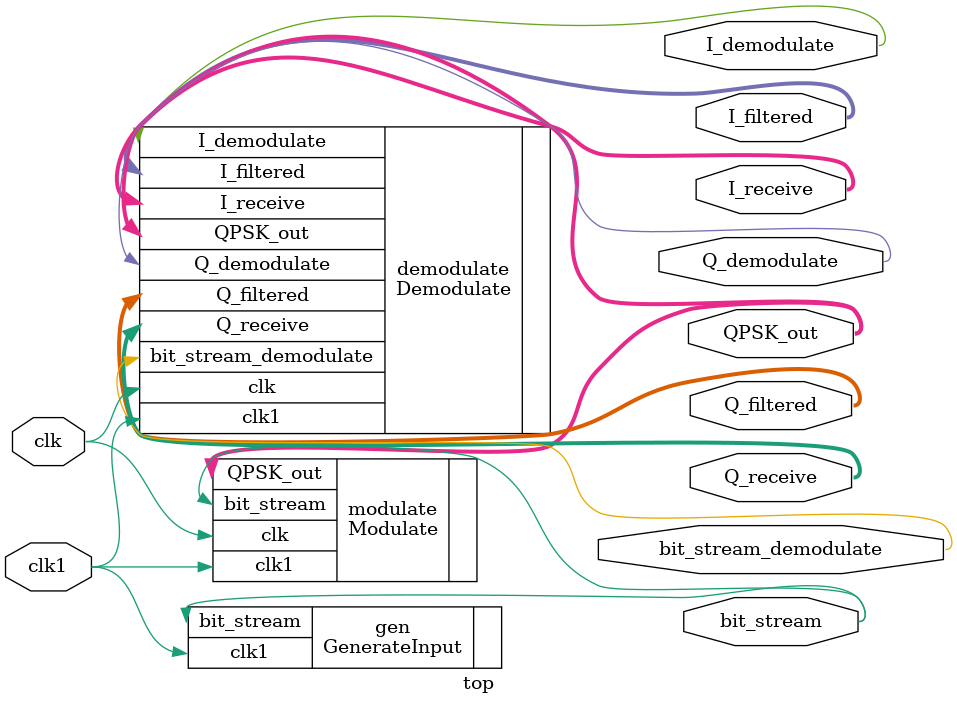
<source format=v>
module top(clk, clk1, bit_stream, QPSK_out, I_receive, Q_receive, I_filtered, Q_filtered, I_demodulate, Q_demodulate, bit_stream_demodulate);
  input clk, clk1;  
  output signed [9:0] QPSK_out;
  output signed [18:0] I_receive, Q_receive, I_filtered, Q_filtered;
  output I_demodulate, Q_demodulate;
  output wire bit_stream, bit_stream_demodulate; 
  GenerateInput gen(.clk1(clk1), .bit_stream(bit_stream));
  Modulate modulate(.clk(clk), .clk1(clk1), .bit_stream(bit_stream), .QPSK_out(QPSK_out));
  Demodulate demodulate(.clk(clk), .clk1(clk1), .QPSK_out(QPSK_out), .I_receive(I_receive), .Q_receive(Q_receive), .I_filtered(I_filtered), .Q_filtered(Q_filtered),.I_demodulate(I_demodulate), .Q_demodulate(Q_demodulate), .bit_stream_demodulate(bit_stream_demodulate));
endmodule
</source>
